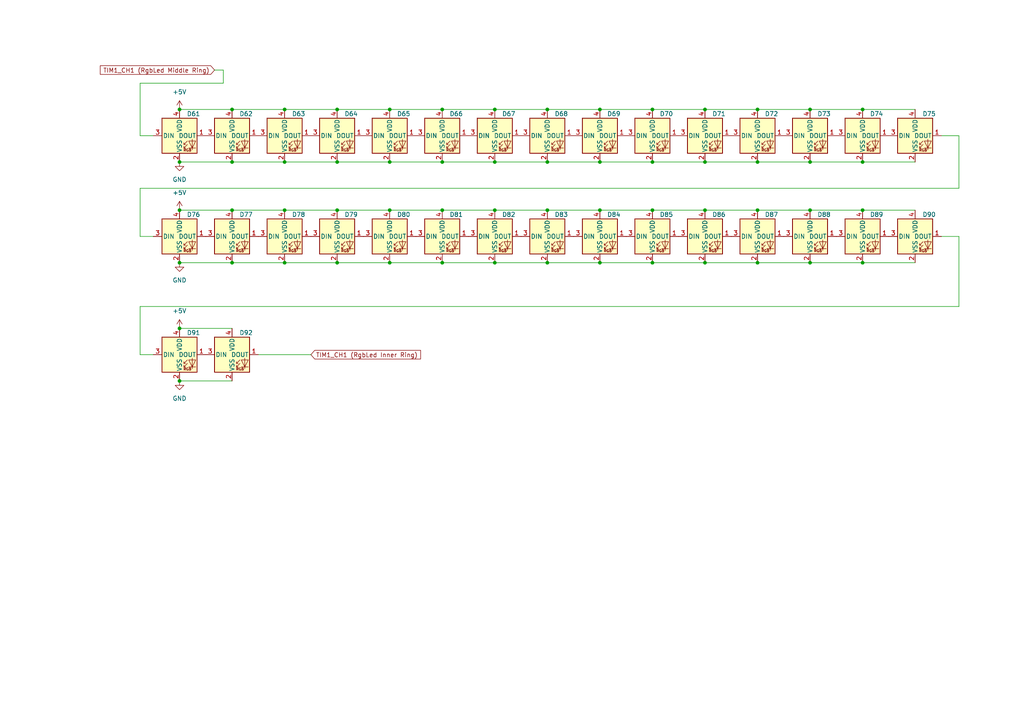
<source format=kicad_sch>
(kicad_sch (version 20231120) (generator "eeschema") (generator_version "8.0")
  (paper "A4")
  (title_block (date "2024-02-29") (rev "1"))
  (lib_symbols
    (symbol "LED:WS2812B-2020" (pin_names (offset 0.254))
      (property "Reference" "D" (at 5.08 5.715 0))
      (property "Value" "WS2812B-2020" (at 1.27 -5.715 0))
      (symbol "WS2812B-2020_0_0"
        (text "RGB" (at 2.286 -4.191 0) (effects (font (size 0.762 0.762))))
      )
      (symbol "WS2812B-2020_0_1"
        (polyline (pts (xy 1.27 -3.556) (xy 1.778 -3.556)))
        (polyline (pts (xy 1.27 -2.54) (xy 1.778 -2.54)))
        (polyline (pts (xy 4.699 -3.556) (xy 2.667 -3.556)))
        (polyline (pts (xy 2.286 -2.54) (xy 1.27 -3.556) (xy 1.27 -3.048)))
        (polyline (pts (xy 2.286 -1.524) (xy 1.27 -2.54) (xy 1.27 -2.032)))
        (polyline (pts (xy 3.683 -1.016) (xy 3.683 -3.556) (xy 3.683 -4.064)))
        (polyline (pts (xy 4.699 -1.524) (xy 2.667 -1.524) (xy 3.683 -3.556) (xy 4.699 -1.524)))
        (rectangle (start 5.08 5.08) (end -5.08 -5.08) (stroke (width 0.254)) (fill (type background)))
      )
      (symbol "WS2812B-2020_1_1"
        (pin output line (at 7.62 0 180) (length 2.54) (name "DOUT") (number "1"))
        (pin power_in line (at 0 -7.62 90) (length 2.54) (name "VSS") (number "2"))
        (pin input line (at -7.62 0 0) (length 2.54) (name "DIN") (number "3"))
        (pin power_in line (at 0 7.62 270) (length 2.54) (name "VDD") (number "4"))
      )
    )
    (symbol "power:+5V" (power) (pin_numbers hide) (pin_names (offset 0) hide)
      (property "Value" "+5V" (at 0 3.556 0))
      (symbol "+5V_0_1"
        (polyline (pts (xy -0.762 1.27) (xy 0 2.54)))
        (polyline (pts (xy 0 0) (xy 0 2.54)))
        (polyline (pts (xy 0 2.54) (xy 0.762 1.27)))
      )
      (symbol "+5V_1_1"
        (pin power_in line (at 0 0 90) (length 0) (name "~") (number "1"))
      )
    )
    (symbol "power:GND" (power) (pin_numbers hide) (pin_names (offset 0) hide)
      (property "Value" "GND" (at 0 -3.81 0))
      (symbol "GND_0_1"
        (polyline (pts (xy 0 0) (xy 0 -1.27) (xy 1.27 -1.27) (xy 0 -2.54) (xy -1.27 -1.27) (xy 0 -1.27)))
      )
      (symbol "GND_1_1"
        (pin power_in line (at 0 0 270) (length 0) (name "~") (number "1"))
      )
    )
  )
  (junction (at 204.47 60.96))
  (junction (at 97.79 46.99))
  (junction (at 67.31 60.96))
  (junction (at 97.79 60.96))
  (junction (at 143.51 76.2))
  (junction (at 189.23 46.99))
  (junction (at 189.23 76.2))
  (junction (at 219.71 31.75))
  (junction (at 82.55 60.96))
  (junction (at 52.07 95.25))
  (junction (at 128.27 76.2))
  (junction (at 52.07 46.99))
  (junction (at 52.07 76.2))
  (junction (at 189.23 31.75))
  (junction (at 128.27 46.99))
  (junction (at 67.31 46.99))
  (junction (at 250.19 76.2))
  (junction (at 204.47 76.2))
  (junction (at 204.47 31.75))
  (junction (at 234.95 46.99))
  (junction (at 204.47 46.99))
  (junction (at 82.55 76.2))
  (junction (at 158.75 76.2))
  (junction (at 143.51 60.96))
  (junction (at 67.31 31.75))
  (junction (at 250.19 46.99))
  (junction (at 82.55 46.99))
  (junction (at 158.75 60.96))
  (junction (at 219.71 76.2))
  (junction (at 52.07 31.75))
  (junction (at 52.07 110.49))
  (junction (at 143.51 31.75))
  (junction (at 173.99 60.96))
  (junction (at 173.99 46.99))
  (junction (at 250.19 60.96))
  (junction (at 128.27 31.75))
  (junction (at 234.95 31.75))
  (junction (at 52.07 60.96))
  (junction (at 219.71 60.96))
  (junction (at 173.99 76.2))
  (junction (at 82.55 31.75))
  (junction (at 143.51 46.99))
  (junction (at 67.31 76.2))
  (junction (at 128.27 60.96))
  (junction (at 189.23 60.96))
  (junction (at 97.79 76.2))
  (junction (at 97.79 31.75))
  (junction (at 250.19 31.75))
  (junction (at 234.95 60.96))
  (junction (at 113.03 31.75))
  (junction (at 113.03 46.99))
  (junction (at 113.03 60.96))
  (junction (at 158.75 46.99))
  (junction (at 234.95 76.2))
  (junction (at 219.71 46.99))
  (junction (at 158.75 31.75))
  (junction (at 113.03 76.2))
  (junction (at 173.99 31.75))
  (wire (pts (xy 173.99 76.2) (xy 189.23 76.2)))
  (wire (pts (xy 52.07 110.49) (xy 67.31 110.49)))
  (wire (pts (xy 40.64 54.61) (xy 40.64 68.58)))
  (wire (pts (xy 52.07 31.75) (xy 67.31 31.75)))
  (wire (pts (xy 128.27 46.99) (xy 143.51 46.99)))
  (wire (pts (xy 219.71 76.2) (xy 234.95 76.2)))
  (wire (pts (xy 250.19 31.75) (xy 265.43 31.75)))
  (wire (pts (xy 52.07 76.2) (xy 67.31 76.2)))
  (wire (pts (xy 204.47 60.96) (xy 219.71 60.96)))
  (wire (pts (xy 278.13 88.9) (xy 40.64 88.9)))
  (wire (pts (xy 189.23 76.2) (xy 204.47 76.2)))
  (wire (pts (xy 234.95 46.99) (xy 250.19 46.99)))
  (wire (pts (xy 74.93 102.87) (xy 90.17 102.87)))
  (wire (pts (xy 97.79 46.99) (xy 113.03 46.99)))
  (wire (pts (xy 44.45 39.37) (xy 40.64 39.37)))
  (wire (pts (xy 273.05 68.58) (xy 278.13 68.58)))
  (wire (pts (xy 278.13 39.37) (xy 278.13 54.61)))
  (wire (pts (xy 40.64 39.37) (xy 40.64 24.13)))
  (wire (pts (xy 158.75 46.99) (xy 173.99 46.99)))
  (wire (pts (xy 189.23 60.96) (xy 204.47 60.96)))
  (wire (pts (xy 250.19 60.96) (xy 265.43 60.96)))
  (wire (pts (xy 158.75 31.75) (xy 173.99 31.75)))
  (wire (pts (xy 52.07 95.25) (xy 67.31 95.25)))
  (wire (pts (xy 62.23 20.32) (xy 64.77 20.32)))
  (wire (pts (xy 173.99 31.75) (xy 189.23 31.75)))
  (wire (pts (xy 67.31 76.2) (xy 82.55 76.2)))
  (wire (pts (xy 52.07 46.99) (xy 67.31 46.99)))
  (wire (pts (xy 97.79 31.75) (xy 113.03 31.75)))
  (wire (pts (xy 278.13 68.58) (xy 278.13 88.9)))
  (wire (pts (xy 189.23 46.99) (xy 204.47 46.99)))
  (wire (pts (xy 97.79 76.2) (xy 113.03 76.2)))
  (wire (pts (xy 173.99 46.99) (xy 189.23 46.99)))
  (wire (pts (xy 234.95 76.2) (xy 250.19 76.2)))
  (wire (pts (xy 143.51 31.75) (xy 158.75 31.75)))
  (wire (pts (xy 204.47 76.2) (xy 219.71 76.2)))
  (wire (pts (xy 143.51 76.2) (xy 158.75 76.2)))
  (wire (pts (xy 173.99 60.96) (xy 189.23 60.96)))
  (wire (pts (xy 40.64 102.87) (xy 44.45 102.87)))
  (wire (pts (xy 113.03 31.75) (xy 128.27 31.75)))
  (wire (pts (xy 113.03 46.99) (xy 128.27 46.99)))
  (wire (pts (xy 40.64 88.9) (xy 40.64 102.87)))
  (wire (pts (xy 234.95 31.75) (xy 250.19 31.75)))
  (wire (pts (xy 158.75 60.96) (xy 173.99 60.96)))
  (wire (pts (xy 219.71 46.99) (xy 234.95 46.99)))
  (wire (pts (xy 250.19 76.2) (xy 265.43 76.2)))
  (wire (pts (xy 40.64 68.58) (xy 44.45 68.58)))
  (wire (pts (xy 113.03 76.2) (xy 128.27 76.2)))
  (wire (pts (xy 143.51 46.99) (xy 158.75 46.99)))
  (wire (pts (xy 128.27 60.96) (xy 143.51 60.96)))
  (wire (pts (xy 219.71 31.75) (xy 234.95 31.75)))
  (wire (pts (xy 82.55 46.99) (xy 97.79 46.99)))
  (wire (pts (xy 128.27 76.2) (xy 143.51 76.2)))
  (wire (pts (xy 97.79 60.96) (xy 113.03 60.96)))
  (wire (pts (xy 204.47 31.75) (xy 219.71 31.75)))
  (wire (pts (xy 64.77 20.32) (xy 64.77 24.13)))
  (wire (pts (xy 189.23 31.75) (xy 204.47 31.75)))
  (wire (pts (xy 67.31 46.99) (xy 82.55 46.99)))
  (wire (pts (xy 82.55 60.96) (xy 97.79 60.96)))
  (wire (pts (xy 204.47 46.99) (xy 219.71 46.99)))
  (wire (pts (xy 128.27 31.75) (xy 143.51 31.75)))
  (wire (pts (xy 113.03 60.96) (xy 128.27 60.96)))
  (wire (pts (xy 67.31 60.96) (xy 82.55 60.96)))
  (wire (pts (xy 158.75 76.2) (xy 173.99 76.2)))
  (wire (pts (xy 219.71 60.96) (xy 234.95 60.96)))
  (wire (pts (xy 82.55 76.2) (xy 97.79 76.2)))
  (wire (pts (xy 82.55 31.75) (xy 97.79 31.75)))
  (wire (pts (xy 250.19 46.99) (xy 265.43 46.99)))
  (wire (pts (xy 67.31 31.75) (xy 82.55 31.75)))
  (wire (pts (xy 273.05 39.37) (xy 278.13 39.37)))
  (wire (pts (xy 143.51 60.96) (xy 158.75 60.96)))
  (wire (pts (xy 278.13 54.61) (xy 40.64 54.61)))
  (wire (pts (xy 52.07 60.96) (xy 67.31 60.96)))
  (wire (pts (xy 40.64 24.13) (xy 64.77 24.13)))
  (wire (pts (xy 234.95 60.96) (xy 250.19 60.96)))
  (global_label "TIM1_CH1 (RgbLed Inner Ring)" (shape input) (at 90.17 102.87 0) (property "Intersheetrefs" "${INTERSHEET_REFS}" (effects (hide yes))))
  (global_label "TIM1_CH1 (RgbLed Middle Ring)" (shape input) (at 62.23 20.32 180) (property "Intersheetrefs" "${INTERSHEET_REFS}" (effects (hide yes))))
  (symbol (lib_id "LED:WS2812B-2020") (at 82.55 68.58 0) (unit 1)
    (property "Reference" "D78" (at 86.614 62.23 0))
    (property "Value" "WS2812B-2020" (effects (hide yes)))
    (property "Footprint" "LED_SMD:LED_WS2812B-2020_PLCC4_2.0x2.0mm" (effects (hide yes)))
    (property "Datasheet" "https://cdn-shop.adafruit.com/product-files/4684/4684_WS2812B-2020_V1.3_EN.pdf" (effects (hide yes)))
    (property "Description" "RGB LED with integrated controller, 2.0 x 2.0 mm, 12 mA" (effects (hide yes)))
    (property "MPN" "WS2812B-2020" (effects (hide yes)))
  )
  (symbol (lib_id "LED:WS2812B-2020") (at 52.07 102.87 0) (unit 1)
    (property "Reference" "D91" (at 56.134 96.52 0))
    (property "Value" "WS2812B-2020" (effects (hide yes)))
    (property "Footprint" "LED_SMD:LED_WS2812B-2020_PLCC4_2.0x2.0mm" (effects (hide yes)))
    (property "Datasheet" "https://cdn-shop.adafruit.com/product-files/4684/4684_WS2812B-2020_V1.3_EN.pdf" (effects (hide yes)))
    (property "Description" "RGB LED with integrated controller, 2.0 x 2.0 mm, 12 mA" (effects (hide yes)))
    (property "MPN" "WS2812B-2020" (effects (hide yes)))
  )
  (symbol (lib_id "LED:WS2812B-2020") (at 189.23 68.58 0) (unit 1)
    (property "Reference" "D85" (at 193.294 62.23 0))
    (property "Value" "WS2812B-2020" (effects (hide yes)))
    (property "Footprint" "LED_SMD:LED_WS2812B-2020_PLCC4_2.0x2.0mm" (effects (hide yes)))
    (property "Datasheet" "https://cdn-shop.adafruit.com/product-files/4684/4684_WS2812B-2020_V1.3_EN.pdf" (effects (hide yes)))
    (property "Description" "RGB LED with integrated controller, 2.0 x 2.0 mm, 12 mA" (effects (hide yes)))
    (property "MPN" "WS2812B-2020" (effects (hide yes)))
  )
  (symbol (lib_id "LED:WS2812B-2020") (at 67.31 39.37 0) (unit 1)
    (property "Reference" "D62" (at 71.374 33.02 0))
    (property "Value" "WS2812B-2020" (effects (hide yes)))
    (property "Footprint" "LED_SMD:LED_WS2812B-2020_PLCC4_2.0x2.0mm" (effects (hide yes)))
    (property "Datasheet" "https://cdn-shop.adafruit.com/product-files/4684/4684_WS2812B-2020_V1.3_EN.pdf" (effects (hide yes)))
    (property "Description" "RGB LED with integrated controller, 2.0 x 2.0 mm, 12 mA" (effects (hide yes)))
    (property "MPN" "WS2812B-2020" (effects (hide yes)))
  )
  (symbol (lib_id "LED:WS2812B-2020") (at 113.03 68.58 0) (unit 1)
    (property "Reference" "D80" (at 117.094 62.23 0))
    (property "Value" "WS2812B-2020" (effects (hide yes)))
    (property "Footprint" "LED_SMD:LED_WS2812B-2020_PLCC4_2.0x2.0mm" (effects (hide yes)))
    (property "Datasheet" "https://cdn-shop.adafruit.com/product-files/4684/4684_WS2812B-2020_V1.3_EN.pdf" (effects (hide yes)))
    (property "Description" "RGB LED with integrated controller, 2.0 x 2.0 mm, 12 mA" (effects (hide yes)))
    (property "MPN" "WS2812B-2020" (effects (hide yes)))
  )
  (symbol (lib_id "LED:WS2812B-2020") (at 204.47 39.37 0) (unit 1)
    (property "Reference" "D71" (at 208.534 33.02 0))
    (property "Value" "WS2812B-2020" (effects (hide yes)))
    (property "Footprint" "LED_SMD:LED_WS2812B-2020_PLCC4_2.0x2.0mm" (effects (hide yes)))
    (property "Datasheet" "https://cdn-shop.adafruit.com/product-files/4684/4684_WS2812B-2020_V1.3_EN.pdf" (effects (hide yes)))
    (property "Description" "RGB LED with integrated controller, 2.0 x 2.0 mm, 12 mA" (effects (hide yes)))
    (property "MPN" "WS2812B-2020" (effects (hide yes)))
  )
  (symbol (lib_id "LED:WS2812B-2020") (at 265.43 68.58 0) (unit 1)
    (property "Reference" "D90" (at 269.494 62.23 0))
    (property "Value" "WS2812B-2020" (effects (hide yes)))
    (property "Footprint" "LED_SMD:LED_WS2812B-2020_PLCC4_2.0x2.0mm" (effects (hide yes)))
    (property "Datasheet" "https://cdn-shop.adafruit.com/product-files/4684/4684_WS2812B-2020_V1.3_EN.pdf" (effects (hide yes)))
    (property "Description" "RGB LED with integrated controller, 2.0 x 2.0 mm, 12 mA" (effects (hide yes)))
    (property "MPN" "WS2812B-2020" (effects (hide yes)))
  )
  (symbol (lib_id "LED:WS2812B-2020") (at 234.95 39.37 0) (unit 1)
    (property "Reference" "D73" (at 239.014 33.02 0))
    (property "Value" "WS2812B-2020" (effects (hide yes)))
    (property "Footprint" "LED_SMD:LED_WS2812B-2020_PLCC4_2.0x2.0mm" (effects (hide yes)))
    (property "Datasheet" "https://cdn-shop.adafruit.com/product-files/4684/4684_WS2812B-2020_V1.3_EN.pdf" (effects (hide yes)))
    (property "Description" "RGB LED with integrated controller, 2.0 x 2.0 mm, 12 mA" (effects (hide yes)))
    (property "MPN" "WS2812B-2020" (effects (hide yes)))
  )
  (symbol (lib_id "LED:WS2812B-2020") (at 52.07 68.58 0) (unit 1)
    (property "Reference" "D76" (at 56.134 62.23 0))
    (property "Value" "WS2812B-2020" (effects (hide yes)))
    (property "Footprint" "LED_SMD:LED_WS2812B-2020_PLCC4_2.0x2.0mm" (effects (hide yes)))
    (property "Datasheet" "https://cdn-shop.adafruit.com/product-files/4684/4684_WS2812B-2020_V1.3_EN.pdf" (effects (hide yes)))
    (property "Description" "RGB LED with integrated controller, 2.0 x 2.0 mm, 12 mA" (effects (hide yes)))
    (property "MPN" "WS2812B-2020" (effects (hide yes)))
  )
  (symbol (lib_id "LED:WS2812B-2020") (at 265.43 39.37 0) (unit 1)
    (property "Reference" "D75" (at 269.494 33.02 0))
    (property "Value" "WS2812B-2020" (effects (hide yes)))
    (property "Footprint" "LED_SMD:LED_WS2812B-2020_PLCC4_2.0x2.0mm" (effects (hide yes)))
    (property "Datasheet" "https://cdn-shop.adafruit.com/product-files/4684/4684_WS2812B-2020_V1.3_EN.pdf" (effects (hide yes)))
    (property "Description" "RGB LED with integrated controller, 2.0 x 2.0 mm, 12 mA" (effects (hide yes)))
    (property "MPN" "WS2812B-2020" (effects (hide yes)))
  )
  (symbol (lib_id "power:GND") (at 52.07 46.99 0) (unit 1)
    (property "Reference" "#PWR019" (effects (hide yes)))
    (property "Value" "GND" (at 52.07 52.07 0))
    (property "Description" "Power symbol creates a global label with name \"GND\" , ground" (effects (hide yes)))
  )
  (symbol (lib_id "LED:WS2812B-2020") (at 250.19 68.58 0) (unit 1)
    (property "Reference" "D89" (at 254.254 62.23 0))
    (property "Value" "WS2812B-2020" (effects (hide yes)))
    (property "Footprint" "LED_SMD:LED_WS2812B-2020_PLCC4_2.0x2.0mm" (effects (hide yes)))
    (property "Datasheet" "https://cdn-shop.adafruit.com/product-files/4684/4684_WS2812B-2020_V1.3_EN.pdf" (effects (hide yes)))
    (property "Description" "RGB LED with integrated controller, 2.0 x 2.0 mm, 12 mA" (effects (hide yes)))
    (property "MPN" "WS2812B-2020" (effects (hide yes)))
  )
  (symbol (lib_id "LED:WS2812B-2020") (at 67.31 102.87 0) (unit 1)
    (property "Reference" "D92" (at 71.374 96.52 0))
    (property "Value" "WS2812B-2020" (effects (hide yes)))
    (property "Footprint" "LED_SMD:LED_WS2812B-2020_PLCC4_2.0x2.0mm" (effects (hide yes)))
    (property "Datasheet" "https://cdn-shop.adafruit.com/product-files/4684/4684_WS2812B-2020_V1.3_EN.pdf" (effects (hide yes)))
    (property "Description" "RGB LED with integrated controller, 2.0 x 2.0 mm, 12 mA" (effects (hide yes)))
    (property "MPN" "WS2812B-2020" (effects (hide yes)))
  )
  (symbol (lib_id "LED:WS2812B-2020") (at 219.71 39.37 0) (unit 1)
    (property "Reference" "D72" (at 223.774 33.02 0))
    (property "Value" "WS2812B-2020" (effects (hide yes)))
    (property "Footprint" "LED_SMD:LED_WS2812B-2020_PLCC4_2.0x2.0mm" (effects (hide yes)))
    (property "Datasheet" "https://cdn-shop.adafruit.com/product-files/4684/4684_WS2812B-2020_V1.3_EN.pdf" (effects (hide yes)))
    (property "Description" "RGB LED with integrated controller, 2.0 x 2.0 mm, 12 mA" (effects (hide yes)))
    (property "MPN" "WS2812B-2020" (effects (hide yes)))
  )
  (symbol (lib_id "LED:WS2812B-2020") (at 143.51 39.37 0) (unit 1)
    (property "Reference" "D67" (at 147.574 33.02 0))
    (property "Value" "WS2812B-2020" (effects (hide yes)))
    (property "Footprint" "LED_SMD:LED_WS2812B-2020_PLCC4_2.0x2.0mm" (effects (hide yes)))
    (property "Datasheet" "https://cdn-shop.adafruit.com/product-files/4684/4684_WS2812B-2020_V1.3_EN.pdf" (effects (hide yes)))
    (property "Description" "RGB LED with integrated controller, 2.0 x 2.0 mm, 12 mA" (effects (hide yes)))
    (property "MPN" "WS2812B-2020" (effects (hide yes)))
  )
  (symbol (lib_id "LED:WS2812B-2020") (at 234.95 68.58 0) (unit 1)
    (property "Reference" "D88" (at 239.014 62.23 0))
    (property "Value" "WS2812B-2020" (effects (hide yes)))
    (property "Footprint" "LED_SMD:LED_WS2812B-2020_PLCC4_2.0x2.0mm" (effects (hide yes)))
    (property "Datasheet" "https://cdn-shop.adafruit.com/product-files/4684/4684_WS2812B-2020_V1.3_EN.pdf" (effects (hide yes)))
    (property "Description" "RGB LED with integrated controller, 2.0 x 2.0 mm, 12 mA" (effects (hide yes)))
    (property "MPN" "WS2812B-2020" (effects (hide yes)))
  )
  (symbol (lib_id "power:+5V") (at 52.07 95.25 0) (unit 1)
    (property "Reference" "#PWR025" (effects (hide yes)))
    (property "Value" "+5V" (at 52.07 90.17 0))
    (property "Description" "Power symbol creates a global label with name \"+5V\"" (effects (hide yes)))
  )
  (symbol (lib_id "power:GND") (at 52.07 110.49 0) (unit 1)
    (property "Reference" "#PWR026" (effects (hide yes)))
    (property "Value" "GND" (at 52.07 115.57 0))
    (property "Description" "Power symbol creates a global label with name \"GND\" , ground" (effects (hide yes)))
  )
  (symbol (lib_id "power:+5V") (at 52.07 31.75 0) (unit 1)
    (property "Reference" "#PWR017" (effects (hide yes)))
    (property "Value" "+5V" (at 52.07 26.67 0))
    (property "Description" "Power symbol creates a global label with name \"+5V\"" (effects (hide yes)))
  )
  (symbol (lib_id "LED:WS2812B-2020") (at 158.75 68.58 0) (unit 1)
    (property "Reference" "D83" (at 162.814 62.23 0))
    (property "Value" "WS2812B-2020" (effects (hide yes)))
    (property "Footprint" "LED_SMD:LED_WS2812B-2020_PLCC4_2.0x2.0mm" (effects (hide yes)))
    (property "Datasheet" "https://cdn-shop.adafruit.com/product-files/4684/4684_WS2812B-2020_V1.3_EN.pdf" (effects (hide yes)))
    (property "Description" "RGB LED with integrated controller, 2.0 x 2.0 mm, 12 mA" (effects (hide yes)))
    (property "MPN" "WS2812B-2020" (effects (hide yes)))
  )
  (symbol (lib_id "LED:WS2812B-2020") (at 173.99 39.37 0) (unit 1)
    (property "Reference" "D69" (at 178.054 33.02 0))
    (property "Value" "WS2812B-2020" (effects (hide yes)))
    (property "Footprint" "LED_SMD:LED_WS2812B-2020_PLCC4_2.0x2.0mm" (effects (hide yes)))
    (property "Datasheet" "https://cdn-shop.adafruit.com/product-files/4684/4684_WS2812B-2020_V1.3_EN.pdf" (effects (hide yes)))
    (property "Description" "RGB LED with integrated controller, 2.0 x 2.0 mm, 12 mA" (effects (hide yes)))
    (property "MPN" "WS2812B-2020" (effects (hide yes)))
  )
  (symbol (lib_id "LED:WS2812B-2020") (at 128.27 39.37 0) (unit 1)
    (property "Reference" "D66" (at 132.334 33.02 0))
    (property "Value" "WS2812B-2020" (effects (hide yes)))
    (property "Footprint" "LED_SMD:LED_WS2812B-2020_PLCC4_2.0x2.0mm" (effects (hide yes)))
    (property "Datasheet" "https://cdn-shop.adafruit.com/product-files/4684/4684_WS2812B-2020_V1.3_EN.pdf" (effects (hide yes)))
    (property "Description" "RGB LED with integrated controller, 2.0 x 2.0 mm, 12 mA" (effects (hide yes)))
    (property "MPN" "WS2812B-2020" (effects (hide yes)))
  )
  (symbol (lib_id "LED:WS2812B-2020") (at 143.51 68.58 0) (unit 1)
    (property "Reference" "D82" (at 147.574 62.23 0))
    (property "Value" "WS2812B-2020" (effects (hide yes)))
    (property "Footprint" "LED_SMD:LED_WS2812B-2020_PLCC4_2.0x2.0mm" (effects (hide yes)))
    (property "Datasheet" "https://cdn-shop.adafruit.com/product-files/4684/4684_WS2812B-2020_V1.3_EN.pdf" (effects (hide yes)))
    (property "Description" "RGB LED with integrated controller, 2.0 x 2.0 mm, 12 mA" (effects (hide yes)))
    (property "MPN" "WS2812B-2020" (effects (hide yes)))
  )
  (symbol (lib_id "LED:WS2812B-2020") (at 128.27 68.58 0) (unit 1)
    (property "Reference" "D81" (at 132.334 62.23 0))
    (property "Value" "WS2812B-2020" (effects (hide yes)))
    (property "Footprint" "LED_SMD:LED_WS2812B-2020_PLCC4_2.0x2.0mm" (effects (hide yes)))
    (property "Datasheet" "https://cdn-shop.adafruit.com/product-files/4684/4684_WS2812B-2020_V1.3_EN.pdf" (effects (hide yes)))
    (property "Description" "RGB LED with integrated controller, 2.0 x 2.0 mm, 12 mA" (effects (hide yes)))
    (property "MPN" "WS2812B-2020" (effects (hide yes)))
  )
  (symbol (lib_id "LED:WS2812B-2020") (at 158.75 39.37 0) (unit 1)
    (property "Reference" "D68" (at 162.814 33.02 0))
    (property "Value" "WS2812B-2020" (effects (hide yes)))
    (property "Footprint" "LED_SMD:LED_WS2812B-2020_PLCC4_2.0x2.0mm" (effects (hide yes)))
    (property "Datasheet" "https://cdn-shop.adafruit.com/product-files/4684/4684_WS2812B-2020_V1.3_EN.pdf" (effects (hide yes)))
    (property "Description" "RGB LED with integrated controller, 2.0 x 2.0 mm, 12 mA" (effects (hide yes)))
    (property "MPN" "WS2812B-2020" (effects (hide yes)))
  )
  (symbol (lib_id "LED:WS2812B-2020") (at 82.55 39.37 0) (unit 1)
    (property "Reference" "D63" (at 86.614 33.02 0))
    (property "Value" "WS2812B-2020" (effects (hide yes)))
    (property "Footprint" "LED_SMD:LED_WS2812B-2020_PLCC4_2.0x2.0mm" (effects (hide yes)))
    (property "Datasheet" "https://cdn-shop.adafruit.com/product-files/4684/4684_WS2812B-2020_V1.3_EN.pdf" (effects (hide yes)))
    (property "Description" "RGB LED with integrated controller, 2.0 x 2.0 mm, 12 mA" (effects (hide yes)))
    (property "MPN" "WS2812B-2020" (effects (hide yes)))
  )
  (symbol (lib_id "LED:WS2812B-2020") (at 189.23 39.37 0) (unit 1)
    (property "Reference" "D70" (at 193.294 33.02 0))
    (property "Value" "WS2812B-2020" (effects (hide yes)))
    (property "Footprint" "LED_SMD:LED_WS2812B-2020_PLCC4_2.0x2.0mm" (effects (hide yes)))
    (property "Datasheet" "https://cdn-shop.adafruit.com/product-files/4684/4684_WS2812B-2020_V1.3_EN.pdf" (effects (hide yes)))
    (property "Description" "RGB LED with integrated controller, 2.0 x 2.0 mm, 12 mA" (effects (hide yes)))
    (property "MPN" "WS2812B-2020" (effects (hide yes)))
  )
  (symbol (lib_id "LED:WS2812B-2020") (at 97.79 39.37 0) (unit 1)
    (property "Reference" "D64" (at 101.854 33.02 0))
    (property "Value" "WS2812B-2020" (effects (hide yes)))
    (property "Footprint" "LED_SMD:LED_WS2812B-2020_PLCC4_2.0x2.0mm" (effects (hide yes)))
    (property "Datasheet" "https://cdn-shop.adafruit.com/product-files/4684/4684_WS2812B-2020_V1.3_EN.pdf" (effects (hide yes)))
    (property "Description" "RGB LED with integrated controller, 2.0 x 2.0 mm, 12 mA" (effects (hide yes)))
    (property "MPN" "WS2812B-2020" (effects (hide yes)))
  )
  (symbol (lib_id "power:+5V") (at 52.07 60.96 0) (unit 1)
    (property "Reference" "#PWR022" (effects (hide yes)))
    (property "Value" "+5V" (at 52.07 55.88 0))
    (property "Description" "Power symbol creates a global label with name \"+5V\"" (effects (hide yes)))
  )
  (symbol (lib_id "power:GND") (at 52.07 76.2 0) (unit 1)
    (property "Reference" "#PWR024" (effects (hide yes)))
    (property "Value" "GND" (at 52.07 81.28 0))
    (property "Description" "Power symbol creates a global label with name \"GND\" , ground" (effects (hide yes)))
  )
  (symbol (lib_id "LED:WS2812B-2020") (at 67.31 68.58 0) (unit 1)
    (property "Reference" "D77" (at 71.374 62.23 0))
    (property "Value" "WS2812B-2020" (effects (hide yes)))
    (property "Footprint" "LED_SMD:LED_WS2812B-2020_PLCC4_2.0x2.0mm" (effects (hide yes)))
    (property "Datasheet" "https://cdn-shop.adafruit.com/product-files/4684/4684_WS2812B-2020_V1.3_EN.pdf" (effects (hide yes)))
    (property "Description" "RGB LED with integrated controller, 2.0 x 2.0 mm, 12 mA" (effects (hide yes)))
    (property "MPN" "WS2812B-2020" (effects (hide yes)))
  )
  (symbol (lib_id "LED:WS2812B-2020") (at 250.19 39.37 0) (unit 1)
    (property "Reference" "D74" (at 254.254 33.02 0))
    (property "Value" "WS2812B-2020" (effects (hide yes)))
    (property "Footprint" "LED_SMD:LED_WS2812B-2020_PLCC4_2.0x2.0mm" (effects (hide yes)))
    (property "Datasheet" "https://cdn-shop.adafruit.com/product-files/4684/4684_WS2812B-2020_V1.3_EN.pdf" (effects (hide yes)))
    (property "Description" "RGB LED with integrated controller, 2.0 x 2.0 mm, 12 mA" (effects (hide yes)))
    (property "MPN" "WS2812B-2020" (effects (hide yes)))
  )
  (symbol (lib_id "LED:WS2812B-2020") (at 173.99 68.58 0) (unit 1)
    (property "Reference" "D84" (at 178.054 62.23 0))
    (property "Value" "WS2812B-2020" (effects (hide yes)))
    (property "Footprint" "LED_SMD:LED_WS2812B-2020_PLCC4_2.0x2.0mm" (effects (hide yes)))
    (property "Datasheet" "https://cdn-shop.adafruit.com/product-files/4684/4684_WS2812B-2020_V1.3_EN.pdf" (effects (hide yes)))
    (property "Description" "RGB LED with integrated controller, 2.0 x 2.0 mm, 12 mA" (effects (hide yes)))
    (property "MPN" "WS2812B-2020" (effects (hide yes)))
  )
  (symbol (lib_id "LED:WS2812B-2020") (at 219.71 68.58 0) (unit 1)
    (property "Reference" "D87" (at 223.774 62.23 0))
    (property "Value" "WS2812B-2020" (effects (hide yes)))
    (property "Footprint" "LED_SMD:LED_WS2812B-2020_PLCC4_2.0x2.0mm" (effects (hide yes)))
    (property "Datasheet" "https://cdn-shop.adafruit.com/product-files/4684/4684_WS2812B-2020_V1.3_EN.pdf" (effects (hide yes)))
    (property "Description" "RGB LED with integrated controller, 2.0 x 2.0 mm, 12 mA" (effects (hide yes)))
    (property "MPN" "WS2812B-2020" (effects (hide yes)))
  )
  (symbol (lib_id "LED:WS2812B-2020") (at 113.03 39.37 0) (unit 1)
    (property "Reference" "D65" (at 117.094 33.02 0))
    (property "Value" "WS2812B-2020" (effects (hide yes)))
    (property "Footprint" "LED_SMD:LED_WS2812B-2020_PLCC4_2.0x2.0mm" (effects (hide yes)))
    (property "Datasheet" "https://cdn-shop.adafruit.com/product-files/4684/4684_WS2812B-2020_V1.3_EN.pdf" (effects (hide yes)))
    (property "Description" "RGB LED with integrated controller, 2.0 x 2.0 mm, 12 mA" (effects (hide yes)))
    (property "MPN" "WS2812B-2020" (effects (hide yes)))
  )
  (symbol (lib_id "LED:WS2812B-2020") (at 97.79 68.58 0) (unit 1)
    (property "Reference" "D79" (at 101.854 62.23 0))
    (property "Value" "WS2812B-2020" (effects (hide yes)))
    (property "Footprint" "LED_SMD:LED_WS2812B-2020_PLCC4_2.0x2.0mm" (effects (hide yes)))
    (property "Datasheet" "https://cdn-shop.adafruit.com/product-files/4684/4684_WS2812B-2020_V1.3_EN.pdf" (effects (hide yes)))
    (property "Description" "RGB LED with integrated controller, 2.0 x 2.0 mm, 12 mA" (effects (hide yes)))
    (property "MPN" "WS2812B-2020" (effects (hide yes)))
  )
  (symbol (lib_id "LED:WS2812B-2020") (at 52.07 39.37 0) (unit 1)
    (property "Reference" "D61" (at 56.134 33.02 0))
    (property "Value" "WS2812B-2020" (effects (hide yes)))
    (property "Footprint" "LED_SMD:LED_WS2812B-2020_PLCC4_2.0x2.0mm" (effects (hide yes)))
    (property "Datasheet" "https://cdn-shop.adafruit.com/product-files/4684/4684_WS2812B-2020_V1.3_EN.pdf" (effects (hide yes)))
    (property "Description" "RGB LED with integrated controller, 2.0 x 2.0 mm, 12 mA" (effects (hide yes)))
    (property "MPN" "WS2812B-2020" (effects (hide yes)))
  )
  (symbol (lib_id "LED:WS2812B-2020") (at 204.47 68.58 0) (unit 1)
    (property "Reference" "D86" (at 208.534 62.23 0))
    (property "Value" "WS2812B-2020" (effects (hide yes)))
    (property "Footprint" "LED_SMD:LED_WS2812B-2020_PLCC4_2.0x2.0mm" (effects (hide yes)))
    (property "Datasheet" "https://cdn-shop.adafruit.com/product-files/4684/4684_WS2812B-2020_V1.3_EN.pdf" (effects (hide yes)))
    (property "Description" "RGB LED with integrated controller, 2.0 x 2.0 mm, 12 mA" (effects (hide yes)))
    (property "MPN" "WS2812B-2020" (effects (hide yes)))
  )
)
</source>
